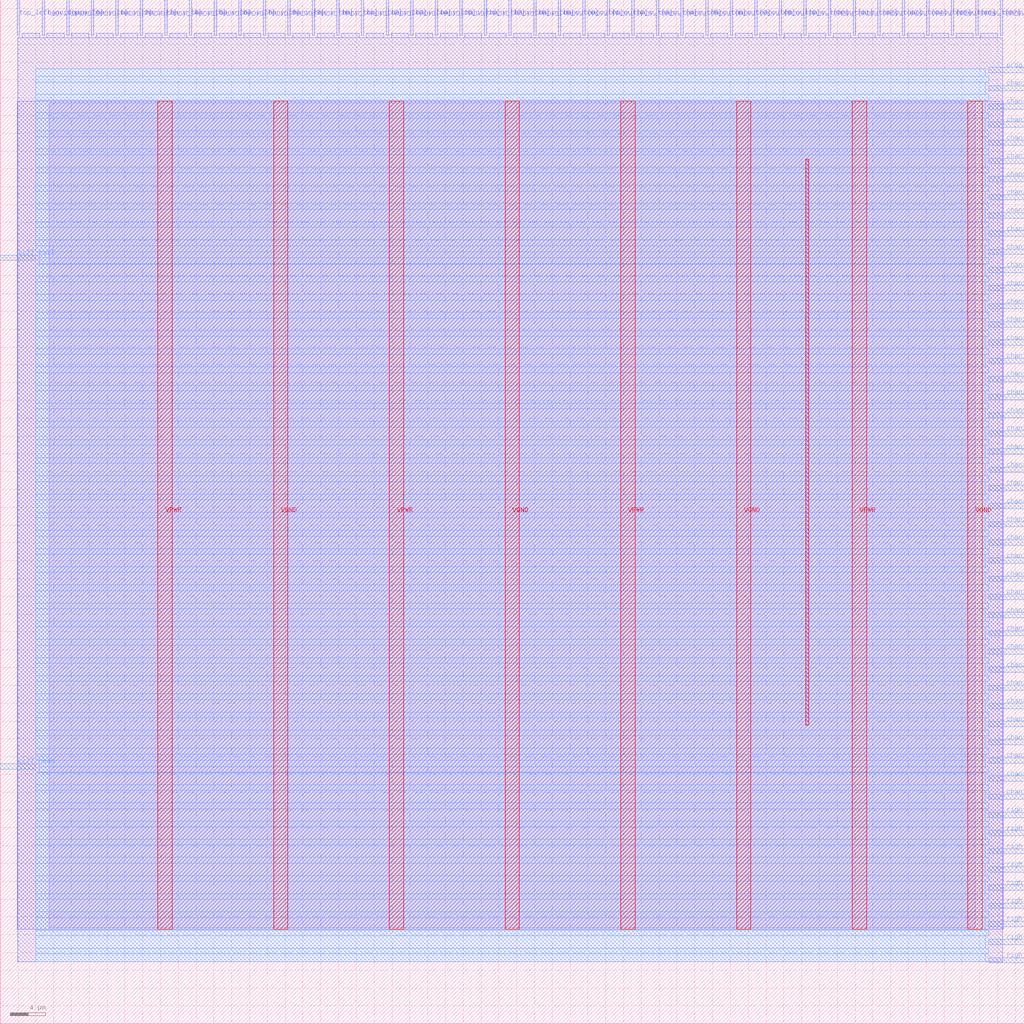
<source format=lef>
VERSION 5.7 ;
  NOWIREEXTENSIONATPIN ON ;
  DIVIDERCHAR "/" ;
  BUSBITCHARS "[]" ;
MACRO sb_0__0_
  CLASS BLOCK ;
  FOREIGN sb_0__0_ ;
  ORIGIN 0.000 0.000 ;
  SIZE 115.000 BY 115.000 ;
  PIN VGND
    DIRECTION INOUT ;
    USE GROUND ;
    PORT
      LAYER met4 ;
        RECT 30.710 10.640 32.310 103.600 ;
    END
    PORT
      LAYER met4 ;
        RECT 56.700 10.640 58.300 103.600 ;
    END
    PORT
      LAYER met4 ;
        RECT 82.690 10.640 84.290 103.600 ;
    END
    PORT
      LAYER met4 ;
        RECT 108.680 10.640 110.280 103.600 ;
    END
  END VGND
  PIN VPWR
    DIRECTION INOUT ;
    USE POWER ;
    PORT
      LAYER met4 ;
        RECT 17.715 10.640 19.315 103.600 ;
    END
    PORT
      LAYER met4 ;
        RECT 43.705 10.640 45.305 103.600 ;
    END
    PORT
      LAYER met4 ;
        RECT 69.695 10.640 71.295 103.600 ;
    END
    PORT
      LAYER met4 ;
        RECT 95.685 10.640 97.285 103.600 ;
    END
  END VPWR
  PIN ccff_head
    DIRECTION INPUT ;
    USE SIGNAL ;
    PORT
      LAYER met3 ;
        RECT 0.000 28.600 4.000 29.200 ;
    END
  END ccff_head
  PIN ccff_tail
    DIRECTION OUTPUT TRISTATE ;
    USE SIGNAL ;
    PORT
      LAYER met3 ;
        RECT 0.000 85.720 4.000 86.320 ;
    END
  END ccff_tail
  PIN chanx_right_in[0]
    DIRECTION INPUT ;
    USE SIGNAL ;
    PORT
      LAYER met3 ;
        RECT 111.000 25.200 115.000 25.800 ;
    END
  END chanx_right_in[0]
  PIN chanx_right_in[10]
    DIRECTION INPUT ;
    USE SIGNAL ;
    PORT
      LAYER met3 ;
        RECT 111.000 45.600 115.000 46.200 ;
    END
  END chanx_right_in[10]
  PIN chanx_right_in[11]
    DIRECTION INPUT ;
    USE SIGNAL ;
    PORT
      LAYER met3 ;
        RECT 111.000 47.640 115.000 48.240 ;
    END
  END chanx_right_in[11]
  PIN chanx_right_in[12]
    DIRECTION INPUT ;
    USE SIGNAL ;
    PORT
      LAYER met3 ;
        RECT 111.000 49.680 115.000 50.280 ;
    END
  END chanx_right_in[12]
  PIN chanx_right_in[13]
    DIRECTION INPUT ;
    USE SIGNAL ;
    PORT
      LAYER met3 ;
        RECT 111.000 51.720 115.000 52.320 ;
    END
  END chanx_right_in[13]
  PIN chanx_right_in[14]
    DIRECTION INPUT ;
    USE SIGNAL ;
    PORT
      LAYER met3 ;
        RECT 111.000 53.760 115.000 54.360 ;
    END
  END chanx_right_in[14]
  PIN chanx_right_in[15]
    DIRECTION INPUT ;
    USE SIGNAL ;
    PORT
      LAYER met3 ;
        RECT 111.000 55.800 115.000 56.400 ;
    END
  END chanx_right_in[15]
  PIN chanx_right_in[16]
    DIRECTION INPUT ;
    USE SIGNAL ;
    PORT
      LAYER met3 ;
        RECT 111.000 57.840 115.000 58.440 ;
    END
  END chanx_right_in[16]
  PIN chanx_right_in[17]
    DIRECTION INPUT ;
    USE SIGNAL ;
    PORT
      LAYER met3 ;
        RECT 111.000 59.880 115.000 60.480 ;
    END
  END chanx_right_in[17]
  PIN chanx_right_in[18]
    DIRECTION INPUT ;
    USE SIGNAL ;
    PORT
      LAYER met3 ;
        RECT 111.000 61.920 115.000 62.520 ;
    END
  END chanx_right_in[18]
  PIN chanx_right_in[19]
    DIRECTION INPUT ;
    USE SIGNAL ;
    PORT
      LAYER met3 ;
        RECT 111.000 63.960 115.000 64.560 ;
    END
  END chanx_right_in[19]
  PIN chanx_right_in[1]
    DIRECTION INPUT ;
    USE SIGNAL ;
    PORT
      LAYER met3 ;
        RECT 111.000 27.240 115.000 27.840 ;
    END
  END chanx_right_in[1]
  PIN chanx_right_in[2]
    DIRECTION INPUT ;
    USE SIGNAL ;
    PORT
      LAYER met3 ;
        RECT 111.000 29.280 115.000 29.880 ;
    END
  END chanx_right_in[2]
  PIN chanx_right_in[3]
    DIRECTION INPUT ;
    USE SIGNAL ;
    PORT
      LAYER met3 ;
        RECT 111.000 31.320 115.000 31.920 ;
    END
  END chanx_right_in[3]
  PIN chanx_right_in[4]
    DIRECTION INPUT ;
    USE SIGNAL ;
    PORT
      LAYER met3 ;
        RECT 111.000 33.360 115.000 33.960 ;
    END
  END chanx_right_in[4]
  PIN chanx_right_in[5]
    DIRECTION INPUT ;
    USE SIGNAL ;
    PORT
      LAYER met3 ;
        RECT 111.000 35.400 115.000 36.000 ;
    END
  END chanx_right_in[5]
  PIN chanx_right_in[6]
    DIRECTION INPUT ;
    USE SIGNAL ;
    PORT
      LAYER met3 ;
        RECT 111.000 37.440 115.000 38.040 ;
    END
  END chanx_right_in[6]
  PIN chanx_right_in[7]
    DIRECTION INPUT ;
    USE SIGNAL ;
    PORT
      LAYER met3 ;
        RECT 111.000 39.480 115.000 40.080 ;
    END
  END chanx_right_in[7]
  PIN chanx_right_in[8]
    DIRECTION INPUT ;
    USE SIGNAL ;
    PORT
      LAYER met3 ;
        RECT 111.000 41.520 115.000 42.120 ;
    END
  END chanx_right_in[8]
  PIN chanx_right_in[9]
    DIRECTION INPUT ;
    USE SIGNAL ;
    PORT
      LAYER met3 ;
        RECT 111.000 43.560 115.000 44.160 ;
    END
  END chanx_right_in[9]
  PIN chanx_right_out[0]
    DIRECTION OUTPUT TRISTATE ;
    USE SIGNAL ;
    PORT
      LAYER met3 ;
        RECT 111.000 66.000 115.000 66.600 ;
    END
  END chanx_right_out[0]
  PIN chanx_right_out[10]
    DIRECTION OUTPUT TRISTATE ;
    USE SIGNAL ;
    PORT
      LAYER met3 ;
        RECT 111.000 86.400 115.000 87.000 ;
    END
  END chanx_right_out[10]
  PIN chanx_right_out[11]
    DIRECTION OUTPUT TRISTATE ;
    USE SIGNAL ;
    PORT
      LAYER met3 ;
        RECT 111.000 88.440 115.000 89.040 ;
    END
  END chanx_right_out[11]
  PIN chanx_right_out[12]
    DIRECTION OUTPUT TRISTATE ;
    USE SIGNAL ;
    PORT
      LAYER met3 ;
        RECT 111.000 90.480 115.000 91.080 ;
    END
  END chanx_right_out[12]
  PIN chanx_right_out[13]
    DIRECTION OUTPUT TRISTATE ;
    USE SIGNAL ;
    PORT
      LAYER met3 ;
        RECT 111.000 92.520 115.000 93.120 ;
    END
  END chanx_right_out[13]
  PIN chanx_right_out[14]
    DIRECTION OUTPUT TRISTATE ;
    USE SIGNAL ;
    PORT
      LAYER met3 ;
        RECT 111.000 94.560 115.000 95.160 ;
    END
  END chanx_right_out[14]
  PIN chanx_right_out[15]
    DIRECTION OUTPUT TRISTATE ;
    USE SIGNAL ;
    PORT
      LAYER met3 ;
        RECT 111.000 96.600 115.000 97.200 ;
    END
  END chanx_right_out[15]
  PIN chanx_right_out[16]
    DIRECTION OUTPUT TRISTATE ;
    USE SIGNAL ;
    PORT
      LAYER met3 ;
        RECT 111.000 98.640 115.000 99.240 ;
    END
  END chanx_right_out[16]
  PIN chanx_right_out[17]
    DIRECTION OUTPUT TRISTATE ;
    USE SIGNAL ;
    PORT
      LAYER met3 ;
        RECT 111.000 100.680 115.000 101.280 ;
    END
  END chanx_right_out[17]
  PIN chanx_right_out[18]
    DIRECTION OUTPUT TRISTATE ;
    USE SIGNAL ;
    PORT
      LAYER met3 ;
        RECT 111.000 102.720 115.000 103.320 ;
    END
  END chanx_right_out[18]
  PIN chanx_right_out[19]
    DIRECTION OUTPUT TRISTATE ;
    USE SIGNAL ;
    PORT
      LAYER met3 ;
        RECT 111.000 104.760 115.000 105.360 ;
    END
  END chanx_right_out[19]
  PIN chanx_right_out[1]
    DIRECTION OUTPUT TRISTATE ;
    USE SIGNAL ;
    PORT
      LAYER met3 ;
        RECT 111.000 68.040 115.000 68.640 ;
    END
  END chanx_right_out[1]
  PIN chanx_right_out[2]
    DIRECTION OUTPUT TRISTATE ;
    USE SIGNAL ;
    PORT
      LAYER met3 ;
        RECT 111.000 70.080 115.000 70.680 ;
    END
  END chanx_right_out[2]
  PIN chanx_right_out[3]
    DIRECTION OUTPUT TRISTATE ;
    USE SIGNAL ;
    PORT
      LAYER met3 ;
        RECT 111.000 72.120 115.000 72.720 ;
    END
  END chanx_right_out[3]
  PIN chanx_right_out[4]
    DIRECTION OUTPUT TRISTATE ;
    USE SIGNAL ;
    PORT
      LAYER met3 ;
        RECT 111.000 74.160 115.000 74.760 ;
    END
  END chanx_right_out[4]
  PIN chanx_right_out[5]
    DIRECTION OUTPUT TRISTATE ;
    USE SIGNAL ;
    PORT
      LAYER met3 ;
        RECT 111.000 76.200 115.000 76.800 ;
    END
  END chanx_right_out[5]
  PIN chanx_right_out[6]
    DIRECTION OUTPUT TRISTATE ;
    USE SIGNAL ;
    PORT
      LAYER met3 ;
        RECT 111.000 78.240 115.000 78.840 ;
    END
  END chanx_right_out[6]
  PIN chanx_right_out[7]
    DIRECTION OUTPUT TRISTATE ;
    USE SIGNAL ;
    PORT
      LAYER met3 ;
        RECT 111.000 80.280 115.000 80.880 ;
    END
  END chanx_right_out[7]
  PIN chanx_right_out[8]
    DIRECTION OUTPUT TRISTATE ;
    USE SIGNAL ;
    PORT
      LAYER met3 ;
        RECT 111.000 82.320 115.000 82.920 ;
    END
  END chanx_right_out[8]
  PIN chanx_right_out[9]
    DIRECTION OUTPUT TRISTATE ;
    USE SIGNAL ;
    PORT
      LAYER met3 ;
        RECT 111.000 84.360 115.000 84.960 ;
    END
  END chanx_right_out[9]
  PIN chany_top_in[0]
    DIRECTION INPUT ;
    USE SIGNAL ;
    PORT
      LAYER met2 ;
        RECT 4.690 111.000 4.970 115.000 ;
    END
  END chany_top_in[0]
  PIN chany_top_in[10]
    DIRECTION INPUT ;
    USE SIGNAL ;
    PORT
      LAYER met2 ;
        RECT 32.290 111.000 32.570 115.000 ;
    END
  END chany_top_in[10]
  PIN chany_top_in[11]
    DIRECTION INPUT ;
    USE SIGNAL ;
    PORT
      LAYER met2 ;
        RECT 35.050 111.000 35.330 115.000 ;
    END
  END chany_top_in[11]
  PIN chany_top_in[12]
    DIRECTION INPUT ;
    USE SIGNAL ;
    PORT
      LAYER met2 ;
        RECT 37.810 111.000 38.090 115.000 ;
    END
  END chany_top_in[12]
  PIN chany_top_in[13]
    DIRECTION INPUT ;
    USE SIGNAL ;
    PORT
      LAYER met2 ;
        RECT 40.570 111.000 40.850 115.000 ;
    END
  END chany_top_in[13]
  PIN chany_top_in[14]
    DIRECTION INPUT ;
    USE SIGNAL ;
    PORT
      LAYER met2 ;
        RECT 43.330 111.000 43.610 115.000 ;
    END
  END chany_top_in[14]
  PIN chany_top_in[15]
    DIRECTION INPUT ;
    USE SIGNAL ;
    PORT
      LAYER met2 ;
        RECT 46.090 111.000 46.370 115.000 ;
    END
  END chany_top_in[15]
  PIN chany_top_in[16]
    DIRECTION INPUT ;
    USE SIGNAL ;
    PORT
      LAYER met2 ;
        RECT 48.850 111.000 49.130 115.000 ;
    END
  END chany_top_in[16]
  PIN chany_top_in[17]
    DIRECTION INPUT ;
    USE SIGNAL ;
    PORT
      LAYER met2 ;
        RECT 51.610 111.000 51.890 115.000 ;
    END
  END chany_top_in[17]
  PIN chany_top_in[18]
    DIRECTION INPUT ;
    USE SIGNAL ;
    PORT
      LAYER met2 ;
        RECT 54.370 111.000 54.650 115.000 ;
    END
  END chany_top_in[18]
  PIN chany_top_in[19]
    DIRECTION INPUT ;
    USE SIGNAL ;
    PORT
      LAYER met2 ;
        RECT 57.130 111.000 57.410 115.000 ;
    END
  END chany_top_in[19]
  PIN chany_top_in[1]
    DIRECTION INPUT ;
    USE SIGNAL ;
    PORT
      LAYER met2 ;
        RECT 7.450 111.000 7.730 115.000 ;
    END
  END chany_top_in[1]
  PIN chany_top_in[2]
    DIRECTION INPUT ;
    USE SIGNAL ;
    PORT
      LAYER met2 ;
        RECT 10.210 111.000 10.490 115.000 ;
    END
  END chany_top_in[2]
  PIN chany_top_in[3]
    DIRECTION INPUT ;
    USE SIGNAL ;
    PORT
      LAYER met2 ;
        RECT 12.970 111.000 13.250 115.000 ;
    END
  END chany_top_in[3]
  PIN chany_top_in[4]
    DIRECTION INPUT ;
    USE SIGNAL ;
    PORT
      LAYER met2 ;
        RECT 15.730 111.000 16.010 115.000 ;
    END
  END chany_top_in[4]
  PIN chany_top_in[5]
    DIRECTION INPUT ;
    USE SIGNAL ;
    PORT
      LAYER met2 ;
        RECT 18.490 111.000 18.770 115.000 ;
    END
  END chany_top_in[5]
  PIN chany_top_in[6]
    DIRECTION INPUT ;
    USE SIGNAL ;
    PORT
      LAYER met2 ;
        RECT 21.250 111.000 21.530 115.000 ;
    END
  END chany_top_in[6]
  PIN chany_top_in[7]
    DIRECTION INPUT ;
    USE SIGNAL ;
    PORT
      LAYER met2 ;
        RECT 24.010 111.000 24.290 115.000 ;
    END
  END chany_top_in[7]
  PIN chany_top_in[8]
    DIRECTION INPUT ;
    USE SIGNAL ;
    PORT
      LAYER met2 ;
        RECT 26.770 111.000 27.050 115.000 ;
    END
  END chany_top_in[8]
  PIN chany_top_in[9]
    DIRECTION INPUT ;
    USE SIGNAL ;
    PORT
      LAYER met2 ;
        RECT 29.530 111.000 29.810 115.000 ;
    END
  END chany_top_in[9]
  PIN chany_top_out[0]
    DIRECTION OUTPUT TRISTATE ;
    USE SIGNAL ;
    PORT
      LAYER met2 ;
        RECT 59.890 111.000 60.170 115.000 ;
    END
  END chany_top_out[0]
  PIN chany_top_out[10]
    DIRECTION OUTPUT TRISTATE ;
    USE SIGNAL ;
    PORT
      LAYER met2 ;
        RECT 87.490 111.000 87.770 115.000 ;
    END
  END chany_top_out[10]
  PIN chany_top_out[11]
    DIRECTION OUTPUT TRISTATE ;
    USE SIGNAL ;
    PORT
      LAYER met2 ;
        RECT 90.250 111.000 90.530 115.000 ;
    END
  END chany_top_out[11]
  PIN chany_top_out[12]
    DIRECTION OUTPUT TRISTATE ;
    USE SIGNAL ;
    PORT
      LAYER met2 ;
        RECT 93.010 111.000 93.290 115.000 ;
    END
  END chany_top_out[12]
  PIN chany_top_out[13]
    DIRECTION OUTPUT TRISTATE ;
    USE SIGNAL ;
    PORT
      LAYER met2 ;
        RECT 95.770 111.000 96.050 115.000 ;
    END
  END chany_top_out[13]
  PIN chany_top_out[14]
    DIRECTION OUTPUT TRISTATE ;
    USE SIGNAL ;
    PORT
      LAYER met2 ;
        RECT 98.530 111.000 98.810 115.000 ;
    END
  END chany_top_out[14]
  PIN chany_top_out[15]
    DIRECTION OUTPUT TRISTATE ;
    USE SIGNAL ;
    PORT
      LAYER met2 ;
        RECT 101.290 111.000 101.570 115.000 ;
    END
  END chany_top_out[15]
  PIN chany_top_out[16]
    DIRECTION OUTPUT TRISTATE ;
    USE SIGNAL ;
    PORT
      LAYER met2 ;
        RECT 104.050 111.000 104.330 115.000 ;
    END
  END chany_top_out[16]
  PIN chany_top_out[17]
    DIRECTION OUTPUT TRISTATE ;
    USE SIGNAL ;
    PORT
      LAYER met2 ;
        RECT 106.810 111.000 107.090 115.000 ;
    END
  END chany_top_out[17]
  PIN chany_top_out[18]
    DIRECTION OUTPUT TRISTATE ;
    USE SIGNAL ;
    PORT
      LAYER met2 ;
        RECT 109.570 111.000 109.850 115.000 ;
    END
  END chany_top_out[18]
  PIN chany_top_out[19]
    DIRECTION OUTPUT TRISTATE ;
    USE SIGNAL ;
    PORT
      LAYER met2 ;
        RECT 112.330 111.000 112.610 115.000 ;
    END
  END chany_top_out[19]
  PIN chany_top_out[1]
    DIRECTION OUTPUT TRISTATE ;
    USE SIGNAL ;
    PORT
      LAYER met2 ;
        RECT 62.650 111.000 62.930 115.000 ;
    END
  END chany_top_out[1]
  PIN chany_top_out[2]
    DIRECTION OUTPUT TRISTATE ;
    USE SIGNAL ;
    PORT
      LAYER met2 ;
        RECT 65.410 111.000 65.690 115.000 ;
    END
  END chany_top_out[2]
  PIN chany_top_out[3]
    DIRECTION OUTPUT TRISTATE ;
    USE SIGNAL ;
    PORT
      LAYER met2 ;
        RECT 68.170 111.000 68.450 115.000 ;
    END
  END chany_top_out[3]
  PIN chany_top_out[4]
    DIRECTION OUTPUT TRISTATE ;
    USE SIGNAL ;
    PORT
      LAYER met2 ;
        RECT 70.930 111.000 71.210 115.000 ;
    END
  END chany_top_out[4]
  PIN chany_top_out[5]
    DIRECTION OUTPUT TRISTATE ;
    USE SIGNAL ;
    PORT
      LAYER met2 ;
        RECT 73.690 111.000 73.970 115.000 ;
    END
  END chany_top_out[5]
  PIN chany_top_out[6]
    DIRECTION OUTPUT TRISTATE ;
    USE SIGNAL ;
    PORT
      LAYER met2 ;
        RECT 76.450 111.000 76.730 115.000 ;
    END
  END chany_top_out[6]
  PIN chany_top_out[7]
    DIRECTION OUTPUT TRISTATE ;
    USE SIGNAL ;
    PORT
      LAYER met2 ;
        RECT 79.210 111.000 79.490 115.000 ;
    END
  END chany_top_out[7]
  PIN chany_top_out[8]
    DIRECTION OUTPUT TRISTATE ;
    USE SIGNAL ;
    PORT
      LAYER met2 ;
        RECT 81.970 111.000 82.250 115.000 ;
    END
  END chany_top_out[8]
  PIN chany_top_out[9]
    DIRECTION OUTPUT TRISTATE ;
    USE SIGNAL ;
    PORT
      LAYER met2 ;
        RECT 84.730 111.000 85.010 115.000 ;
    END
  END chany_top_out[9]
  PIN prog_clk_0_E_in
    DIRECTION INPUT ;
    USE SIGNAL ;
    PORT
      LAYER met3 ;
        RECT 111.000 106.800 115.000 107.400 ;
    END
  END prog_clk_0_E_in
  PIN right_bottom_grid_pin_11_
    DIRECTION INPUT ;
    USE SIGNAL ;
    PORT
      LAYER met3 ;
        RECT 111.000 17.040 115.000 17.640 ;
    END
  END right_bottom_grid_pin_11_
  PIN right_bottom_grid_pin_13_
    DIRECTION INPUT ;
    USE SIGNAL ;
    PORT
      LAYER met3 ;
        RECT 111.000 19.080 115.000 19.680 ;
    END
  END right_bottom_grid_pin_13_
  PIN right_bottom_grid_pin_15_
    DIRECTION INPUT ;
    USE SIGNAL ;
    PORT
      LAYER met3 ;
        RECT 111.000 21.120 115.000 21.720 ;
    END
  END right_bottom_grid_pin_15_
  PIN right_bottom_grid_pin_17_
    DIRECTION INPUT ;
    USE SIGNAL ;
    PORT
      LAYER met3 ;
        RECT 111.000 23.160 115.000 23.760 ;
    END
  END right_bottom_grid_pin_17_
  PIN right_bottom_grid_pin_1_
    DIRECTION INPUT ;
    USE SIGNAL ;
    PORT
      LAYER met3 ;
        RECT 111.000 6.840 115.000 7.440 ;
    END
  END right_bottom_grid_pin_1_
  PIN right_bottom_grid_pin_3_
    DIRECTION INPUT ;
    USE SIGNAL ;
    PORT
      LAYER met3 ;
        RECT 111.000 8.880 115.000 9.480 ;
    END
  END right_bottom_grid_pin_3_
  PIN right_bottom_grid_pin_5_
    DIRECTION INPUT ;
    USE SIGNAL ;
    PORT
      LAYER met3 ;
        RECT 111.000 10.920 115.000 11.520 ;
    END
  END right_bottom_grid_pin_5_
  PIN right_bottom_grid_pin_7_
    DIRECTION INPUT ;
    USE SIGNAL ;
    PORT
      LAYER met3 ;
        RECT 111.000 12.960 115.000 13.560 ;
    END
  END right_bottom_grid_pin_7_
  PIN right_bottom_grid_pin_9_
    DIRECTION INPUT ;
    USE SIGNAL ;
    PORT
      LAYER met3 ;
        RECT 111.000 15.000 115.000 15.600 ;
    END
  END right_bottom_grid_pin_9_
  PIN top_left_grid_pin_1_
    DIRECTION INPUT ;
    USE SIGNAL ;
    PORT
      LAYER met2 ;
        RECT 1.930 111.000 2.210 115.000 ;
    END
  END top_left_grid_pin_1_
  OBS
      LAYER li1 ;
        RECT 5.520 10.795 109.480 103.445 ;
      LAYER met1 ;
        RECT 1.910 10.640 112.630 103.600 ;
      LAYER met2 ;
        RECT 2.490 110.720 4.410 111.250 ;
        RECT 5.250 110.720 7.170 111.250 ;
        RECT 8.010 110.720 9.930 111.250 ;
        RECT 10.770 110.720 12.690 111.250 ;
        RECT 13.530 110.720 15.450 111.250 ;
        RECT 16.290 110.720 18.210 111.250 ;
        RECT 19.050 110.720 20.970 111.250 ;
        RECT 21.810 110.720 23.730 111.250 ;
        RECT 24.570 110.720 26.490 111.250 ;
        RECT 27.330 110.720 29.250 111.250 ;
        RECT 30.090 110.720 32.010 111.250 ;
        RECT 32.850 110.720 34.770 111.250 ;
        RECT 35.610 110.720 37.530 111.250 ;
        RECT 38.370 110.720 40.290 111.250 ;
        RECT 41.130 110.720 43.050 111.250 ;
        RECT 43.890 110.720 45.810 111.250 ;
        RECT 46.650 110.720 48.570 111.250 ;
        RECT 49.410 110.720 51.330 111.250 ;
        RECT 52.170 110.720 54.090 111.250 ;
        RECT 54.930 110.720 56.850 111.250 ;
        RECT 57.690 110.720 59.610 111.250 ;
        RECT 60.450 110.720 62.370 111.250 ;
        RECT 63.210 110.720 65.130 111.250 ;
        RECT 65.970 110.720 67.890 111.250 ;
        RECT 68.730 110.720 70.650 111.250 ;
        RECT 71.490 110.720 73.410 111.250 ;
        RECT 74.250 110.720 76.170 111.250 ;
        RECT 77.010 110.720 78.930 111.250 ;
        RECT 79.770 110.720 81.690 111.250 ;
        RECT 82.530 110.720 84.450 111.250 ;
        RECT 85.290 110.720 87.210 111.250 ;
        RECT 88.050 110.720 89.970 111.250 ;
        RECT 90.810 110.720 92.730 111.250 ;
        RECT 93.570 110.720 95.490 111.250 ;
        RECT 96.330 110.720 98.250 111.250 ;
        RECT 99.090 110.720 101.010 111.250 ;
        RECT 101.850 110.720 103.770 111.250 ;
        RECT 104.610 110.720 106.530 111.250 ;
        RECT 107.370 110.720 109.290 111.250 ;
        RECT 110.130 110.720 112.050 111.250 ;
        RECT 1.940 6.955 112.600 110.720 ;
      LAYER met3 ;
        RECT 4.000 106.400 110.600 107.265 ;
        RECT 4.000 105.760 111.010 106.400 ;
        RECT 4.000 104.360 110.600 105.760 ;
        RECT 4.000 103.720 111.010 104.360 ;
        RECT 4.000 102.320 110.600 103.720 ;
        RECT 4.000 101.680 111.010 102.320 ;
        RECT 4.000 100.280 110.600 101.680 ;
        RECT 4.000 99.640 111.010 100.280 ;
        RECT 4.000 98.240 110.600 99.640 ;
        RECT 4.000 97.600 111.010 98.240 ;
        RECT 4.000 96.200 110.600 97.600 ;
        RECT 4.000 95.560 111.010 96.200 ;
        RECT 4.000 94.160 110.600 95.560 ;
        RECT 4.000 93.520 111.010 94.160 ;
        RECT 4.000 92.120 110.600 93.520 ;
        RECT 4.000 91.480 111.010 92.120 ;
        RECT 4.000 90.080 110.600 91.480 ;
        RECT 4.000 89.440 111.010 90.080 ;
        RECT 4.000 88.040 110.600 89.440 ;
        RECT 4.000 87.400 111.010 88.040 ;
        RECT 4.000 86.720 110.600 87.400 ;
        RECT 4.400 86.000 110.600 86.720 ;
        RECT 4.400 85.360 111.010 86.000 ;
        RECT 4.400 85.320 110.600 85.360 ;
        RECT 4.000 83.960 110.600 85.320 ;
        RECT 4.000 83.320 111.010 83.960 ;
        RECT 4.000 81.920 110.600 83.320 ;
        RECT 4.000 81.280 111.010 81.920 ;
        RECT 4.000 79.880 110.600 81.280 ;
        RECT 4.000 79.240 111.010 79.880 ;
        RECT 4.000 77.840 110.600 79.240 ;
        RECT 4.000 77.200 111.010 77.840 ;
        RECT 4.000 75.800 110.600 77.200 ;
        RECT 4.000 75.160 111.010 75.800 ;
        RECT 4.000 73.760 110.600 75.160 ;
        RECT 4.000 73.120 111.010 73.760 ;
        RECT 4.000 71.720 110.600 73.120 ;
        RECT 4.000 71.080 111.010 71.720 ;
        RECT 4.000 69.680 110.600 71.080 ;
        RECT 4.000 69.040 111.010 69.680 ;
        RECT 4.000 67.640 110.600 69.040 ;
        RECT 4.000 67.000 111.010 67.640 ;
        RECT 4.000 65.600 110.600 67.000 ;
        RECT 4.000 64.960 111.010 65.600 ;
        RECT 4.000 63.560 110.600 64.960 ;
        RECT 4.000 62.920 111.010 63.560 ;
        RECT 4.000 61.520 110.600 62.920 ;
        RECT 4.000 60.880 111.010 61.520 ;
        RECT 4.000 59.480 110.600 60.880 ;
        RECT 4.000 58.840 111.010 59.480 ;
        RECT 4.000 57.440 110.600 58.840 ;
        RECT 4.000 56.800 111.010 57.440 ;
        RECT 4.000 55.400 110.600 56.800 ;
        RECT 4.000 54.760 111.010 55.400 ;
        RECT 4.000 53.360 110.600 54.760 ;
        RECT 4.000 52.720 111.010 53.360 ;
        RECT 4.000 51.320 110.600 52.720 ;
        RECT 4.000 50.680 111.010 51.320 ;
        RECT 4.000 49.280 110.600 50.680 ;
        RECT 4.000 48.640 111.010 49.280 ;
        RECT 4.000 47.240 110.600 48.640 ;
        RECT 4.000 46.600 111.010 47.240 ;
        RECT 4.000 45.200 110.600 46.600 ;
        RECT 4.000 44.560 111.010 45.200 ;
        RECT 4.000 43.160 110.600 44.560 ;
        RECT 4.000 42.520 111.010 43.160 ;
        RECT 4.000 41.120 110.600 42.520 ;
        RECT 4.000 40.480 111.010 41.120 ;
        RECT 4.000 39.080 110.600 40.480 ;
        RECT 4.000 38.440 111.010 39.080 ;
        RECT 4.000 37.040 110.600 38.440 ;
        RECT 4.000 36.400 111.010 37.040 ;
        RECT 4.000 35.000 110.600 36.400 ;
        RECT 4.000 34.360 111.010 35.000 ;
        RECT 4.000 32.960 110.600 34.360 ;
        RECT 4.000 32.320 111.010 32.960 ;
        RECT 4.000 30.920 110.600 32.320 ;
        RECT 4.000 30.280 111.010 30.920 ;
        RECT 4.000 29.600 110.600 30.280 ;
        RECT 4.400 28.880 110.600 29.600 ;
        RECT 4.400 28.240 111.010 28.880 ;
        RECT 4.400 28.200 110.600 28.240 ;
        RECT 4.000 26.840 110.600 28.200 ;
        RECT 4.000 26.200 111.010 26.840 ;
        RECT 4.000 24.800 110.600 26.200 ;
        RECT 4.000 24.160 111.010 24.800 ;
        RECT 4.000 22.760 110.600 24.160 ;
        RECT 4.000 22.120 111.010 22.760 ;
        RECT 4.000 20.720 110.600 22.120 ;
        RECT 4.000 20.080 111.010 20.720 ;
        RECT 4.000 18.680 110.600 20.080 ;
        RECT 4.000 18.040 111.010 18.680 ;
        RECT 4.000 16.640 110.600 18.040 ;
        RECT 4.000 16.000 111.010 16.640 ;
        RECT 4.000 14.600 110.600 16.000 ;
        RECT 4.000 13.960 111.010 14.600 ;
        RECT 4.000 12.560 110.600 13.960 ;
        RECT 4.000 11.920 111.010 12.560 ;
        RECT 4.000 10.520 110.600 11.920 ;
        RECT 4.000 9.880 111.010 10.520 ;
        RECT 4.000 8.480 110.600 9.880 ;
        RECT 4.000 7.840 111.010 8.480 ;
        RECT 4.000 6.975 110.600 7.840 ;
      LAYER met4 ;
        RECT 90.455 33.495 90.785 97.065 ;
  END
END sb_0__0_
END LIBRARY


</source>
